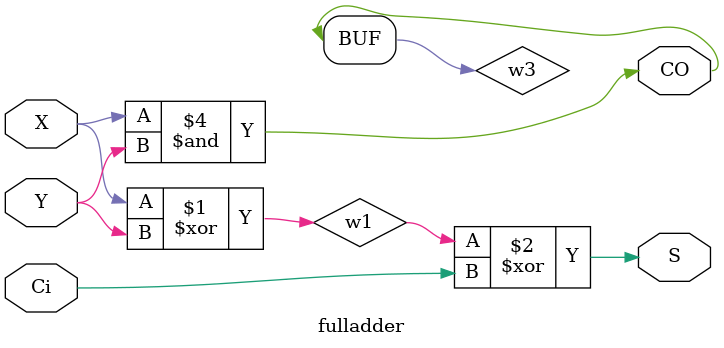
<source format=v>
module rippe_adder(S,Cout,X,Y,Cin);
input [3:0] X,Y;
input Cin;
output [3:0] S;
output Cout;
wire w1,w2,w3;
fulladder u1(S[0],w1,X[0],Y[0],Cin);
fulladder u2(S[1],w2,X[1],Y[1],w1);
fulladder u3(S[2],w3,X[2],Y[2],w2);
fulladder u4(S[3],Cout,X[3],Y[3],w3);
endmodule


module fulladder(S,CO,X,Y,Ci);
input X,Y,Ci;
output S,CO;
wire w1,w2,w3;
xor G1(w1,X,Y);
xor G2(S,w1,Ci);
and G3(w2,X,Ci);
and G4(w3,X,Y);
or G5(CO,w3,w3);
endmodule

</source>
